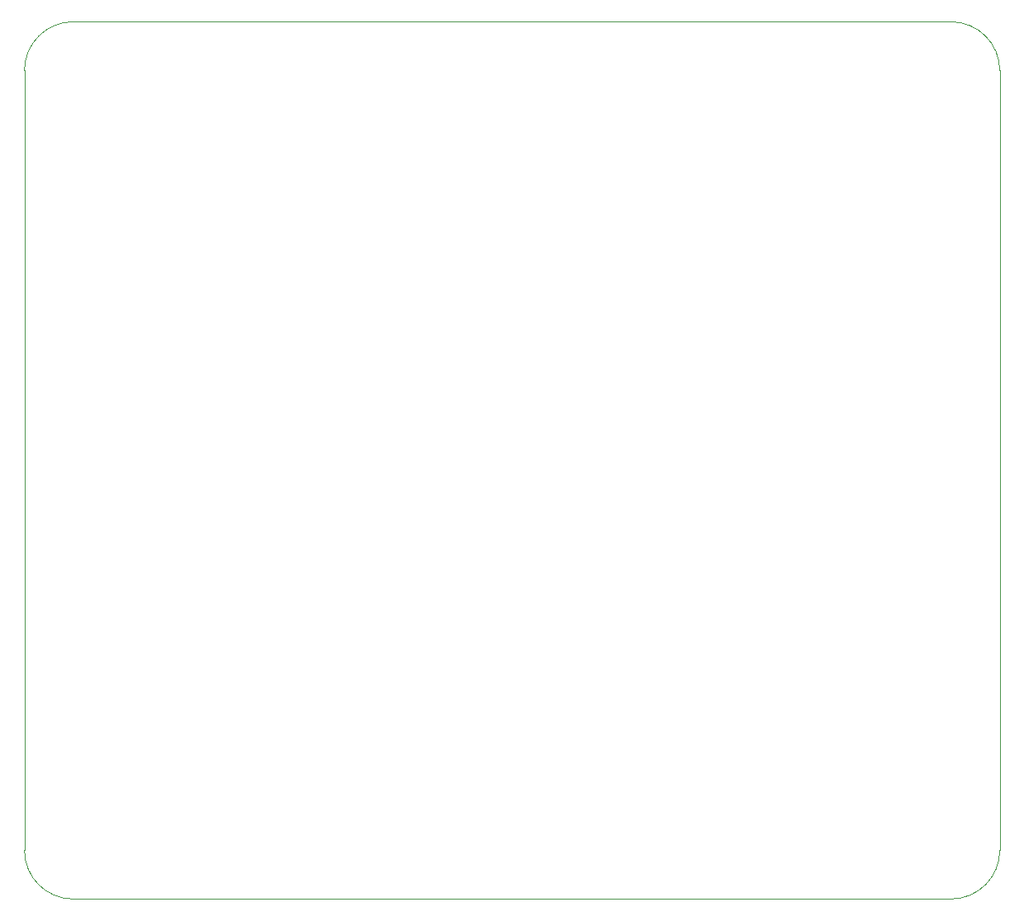
<source format=gbr>
%TF.GenerationSoftware,KiCad,Pcbnew,(6.0.10)*%
%TF.CreationDate,2023-01-10T09:29:53-08:00*%
%TF.ProjectId,solid_state_relays_12v,736f6c69-645f-4737-9461-74655f72656c,0.0.8*%
%TF.SameCoordinates,PXe4e1c0PY6422c40*%
%TF.FileFunction,Profile,NP*%
%FSLAX46Y46*%
G04 Gerber Fmt 4.6, Leading zero omitted, Abs format (unit mm)*
G04 Created by KiCad (PCBNEW (6.0.10)) date 2023-01-10 09:29:53*
%MOMM*%
%LPD*%
G01*
G04 APERTURE LIST*
%TA.AperFunction,Profile*%
%ADD10C,0.010000*%
%TD*%
G04 APERTURE END LIST*
D10*
X0Y5000000D02*
G75*
G03*
X5000000Y0I5000000J0D01*
G01*
X0Y5000000D02*
X0Y85000000D01*
X95000000Y0D02*
X5000000Y0D01*
X5000000Y90000000D02*
X95000000Y90000000D01*
X100000000Y85000000D02*
G75*
G03*
X95000000Y90000000I-5000000J0D01*
G01*
X95000000Y0D02*
G75*
G03*
X100000000Y5000000I0J5000000D01*
G01*
X5000000Y90000000D02*
G75*
G03*
X0Y85000000I0J-5000000D01*
G01*
X100000000Y85000000D02*
X100000000Y5000000D01*
M02*

</source>
